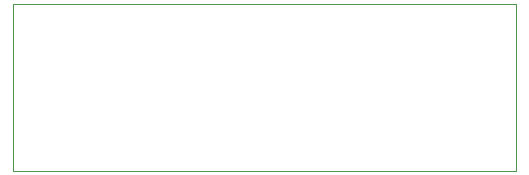
<source format=gbr>
%TF.GenerationSoftware,KiCad,Pcbnew,(6.0.1-0)*%
%TF.CreationDate,2022-02-13T14:35:08-05:00*%
%TF.ProjectId,usbAudio,75736241-7564-4696-9f2e-6b696361645f,rev?*%
%TF.SameCoordinates,Original*%
%TF.FileFunction,Profile,NP*%
%FSLAX46Y46*%
G04 Gerber Fmt 4.6, Leading zero omitted, Abs format (unit mm)*
G04 Created by KiCad (PCBNEW (6.0.1-0)) date 2022-02-13 14:35:08*
%MOMM*%
%LPD*%
G01*
G04 APERTURE LIST*
%TA.AperFunction,Profile*%
%ADD10C,0.050000*%
%TD*%
G04 APERTURE END LIST*
D10*
X98500000Y-87172800D02*
X98500600Y-73078050D01*
X98500600Y-73078050D02*
X55880600Y-73073550D01*
X55880600Y-73073550D02*
X55880000Y-87172800D01*
X55880000Y-87172800D02*
X98500000Y-87172800D01*
M02*

</source>
